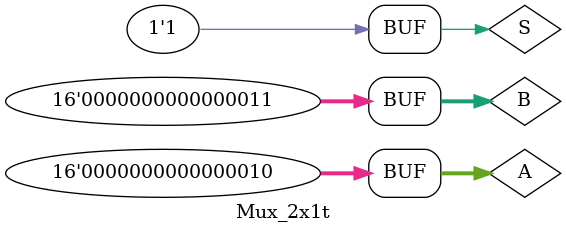
<source format=v>
`timescale 1ns / 1ps


module Mux_2x1t;

	// Inputs
	reg [15:0] A;
	reg [15:0] B;
	reg S;

	// Outputs
	wire [15:0] Out;

	// Instantiate the Unit Under Test (UUT)
	Mux_2x1 uut (
		.A(A), 
		.B(B), 
		.S(S), 
		.Out(Out)
	);

	initial begin
		// Initialize Inputs
		A = 2;
		B = 3;
		S = 0;

		// Wait 100 ns for global reset to finish
		#100;
        
		// Add stimulus here
		
		S = 0;
		#10;
		
		S = 1;
		#10;

	end
	
      
endmodule


</source>
